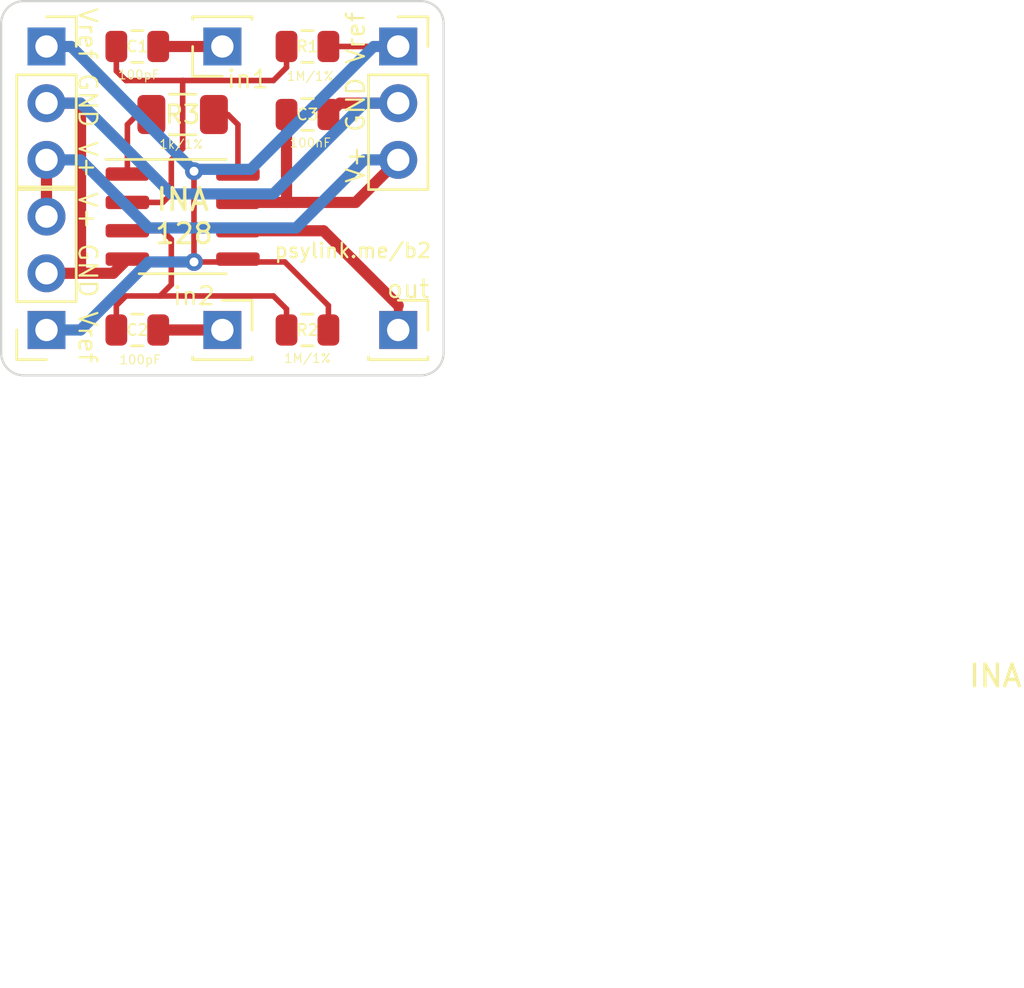
<source format=kicad_pcb>
(kicad_pcb (version 20171130) (host pcbnew 5.1.5+dfsg1-2build2)

  (general
    (thickness 1.6)
    (drawings 21)
    (tracks 75)
    (zones 0)
    (modules 15)
    (nets 1)
  )

  (page A4)
  (layers
    (0 F.Cu signal)
    (31 B.Cu signal)
    (33 F.Adhes user)
    (35 F.Paste user)
    (37 F.SilkS user)
    (38 B.Mask user)
    (39 F.Mask user)
    (40 Dwgs.User user)
    (41 Cmts.User user)
    (42 Eco1.User user)
    (43 Eco2.User user)
    (44 Edge.Cuts user)
    (45 Margin user)
    (46 B.CrtYd user)
    (47 F.CrtYd user)
    (49 F.Fab user)
  )

  (setup
    (last_trace_width 0.25)
    (trace_clearance 0.2)
    (zone_clearance 0.508)
    (zone_45_only no)
    (trace_min 0.2)
    (via_size 0.8)
    (via_drill 0.4)
    (via_min_size 0.4)
    (via_min_drill 0.3)
    (uvia_size 0.3)
    (uvia_drill 0.1)
    (uvias_allowed no)
    (uvia_min_size 0.2)
    (uvia_min_drill 0.1)
    (edge_width 0.1)
    (segment_width 0.2)
    (pcb_text_width 0.3)
    (pcb_text_size 1.5 1.5)
    (mod_edge_width 0.15)
    (mod_text_size 1 1)
    (mod_text_width 0.15)
    (pad_size 1.524 1.524)
    (pad_drill 0.762)
    (pad_to_mask_clearance 0)
    (aux_axis_origin 0 0)
    (visible_elements FFFFEF7F)
    (pcbplotparams
      (layerselection 0x010e8_ffffffff)
      (usegerberextensions true)
      (usegerberattributes true)
      (usegerberadvancedattributes false)
      (creategerberjobfile false)
      (excludeedgelayer true)
      (linewidth 0.100000)
      (plotframeref false)
      (viasonmask false)
      (mode 1)
      (useauxorigin false)
      (hpglpennumber 1)
      (hpglpenspeed 20)
      (hpglpendiameter 15.000000)
      (psnegative false)
      (psa4output false)
      (plotreference true)
      (plotvalue true)
      (plotinvisibletext false)
      (padsonsilk false)
      (subtractmaskfromsilk true)
      (outputformat 1)
      (mirror false)
      (drillshape 0)
      (scaleselection 1)
      (outputdirectory "jlc2"))
  )

  (net 0 "")

  (net_class Default "This is the default net class."
    (clearance 0.2)
    (trace_width 0.25)
    (via_dia 0.8)
    (via_drill 0.4)
    (uvia_dia 0.3)
    (uvia_drill 0.1)
  )

  (module "" (layer F.Cu) (tedit 0) (tstamp 0)
    (at 26.67 28.448)
    (fp_text reference "" (at 36.576 20.32) (layer F.SilkS)
      (effects (font (size 1.27 1.27) (thickness 0.15)))
    )
    (fp_text value "" (at 36.576 20.32) (layer F.SilkS)
      (effects (font (size 1.27 1.27) (thickness 0.15)))
    )
    (fp_text user INA (at 36.6395 20.066) (layer F.SilkS)
      (effects (font (size 0.98 0.98) (thickness 0.15)))
    )
  )

  (module Connector_PinSocket_2.54mm:PinSocket_1x03_P2.54mm_Vertical (layer F.Cu) (tedit 5A19A429) (tstamp 608D4F46)
    (at 36.576 20.32)
    (descr "Through hole straight socket strip, 1x03, 2.54mm pitch, single row (from Kicad 4.0.7), script generated")
    (tags "Through hole socket strip THT 1x03 2.54mm single row")
    (fp_text reference REF** (at 0 -2.77) (layer F.SilkS) hide
      (effects (font (size 1 1) (thickness 0.15)))
    )
    (fp_text value PinSocket_1x03_P2.54mm_Vertical (at 0 7.85) (layer F.Fab) hide
      (effects (font (size 1 1) (thickness 0.15)))
    )
    (fp_text user %R (at 0 2.54 90) (layer F.Fab) hide
      (effects (font (size 1 1) (thickness 0.15)))
    )
    (fp_line (start -1.8 6.85) (end -1.8 -1.8) (layer F.CrtYd) (width 0.05))
    (fp_line (start 1.75 6.85) (end -1.8 6.85) (layer F.CrtYd) (width 0.05))
    (fp_line (start 1.75 -1.8) (end 1.75 6.85) (layer F.CrtYd) (width 0.05))
    (fp_line (start -1.8 -1.8) (end 1.75 -1.8) (layer F.CrtYd) (width 0.05))
    (fp_line (start 0 -1.33) (end 1.33 -1.33) (layer F.SilkS) (width 0.12))
    (fp_line (start 1.33 -1.33) (end 1.33 0) (layer F.SilkS) (width 0.12))
    (fp_line (start 1.33 1.27) (end 1.33 6.41) (layer F.SilkS) (width 0.12))
    (fp_line (start -1.33 6.41) (end 1.33 6.41) (layer F.SilkS) (width 0.12))
    (fp_line (start -1.33 1.27) (end -1.33 6.41) (layer F.SilkS) (width 0.12))
    (fp_line (start -1.33 1.27) (end 1.33 1.27) (layer F.SilkS) (width 0.12))
    (fp_line (start -1.27 6.35) (end -1.27 -1.27) (layer F.Fab) (width 0.1))
    (fp_line (start 1.27 6.35) (end -1.27 6.35) (layer F.Fab) (width 0.1))
    (fp_line (start 1.27 -0.635) (end 1.27 6.35) (layer F.Fab) (width 0.1))
    (fp_line (start 0.635 -1.27) (end 1.27 -0.635) (layer F.Fab) (width 0.1))
    (fp_line (start -1.27 -1.27) (end 0.635 -1.27) (layer F.Fab) (width 0.1))
    (pad 3 thru_hole oval (at 0 5.08) (size 1.7 1.7) (drill 1) (layers *.Cu *.Mask))
    (pad 2 thru_hole oval (at 0 2.54) (size 1.7 1.7) (drill 1) (layers *.Cu *.Mask))
    (pad 1 thru_hole rect (at 0 0) (size 1.7 1.7) (drill 1) (layers *.Cu *.Mask))
    (model ${KISYS3DMOD}/Connector_PinSocket_2.54mm.3dshapes/PinSocket_1x03_P2.54mm_Vertical.wrl
      (at (xyz 0 0 0))
      (scale (xyz 1 1 1))
      (rotate (xyz 0 0 0))
    )
  )

  (module Connector_PinSocket_2.54mm:PinSocket_1x03_P2.54mm_Vertical (layer F.Cu) (tedit 5A19A429) (tstamp 608D2A30)
    (at 20.828 33.02 180)
    (descr "Through hole straight socket strip, 1x03, 2.54mm pitch, single row (from Kicad 4.0.7), script generated")
    (tags "Through hole socket strip THT 1x03 2.54mm single row")
    (fp_text reference REF** (at 0 -2.77) (layer F.SilkS) hide
      (effects (font (size 1 1) (thickness 0.15)))
    )
    (fp_text value PinSocket_1x03_P2.54mm_Vertical (at 0 7.85) (layer F.Fab) hide
      (effects (font (size 1 1) (thickness 0.15)))
    )
    (fp_line (start -1.27 -1.27) (end 0.635 -1.27) (layer F.Fab) (width 0.1))
    (fp_line (start 0.635 -1.27) (end 1.27 -0.635) (layer F.Fab) (width 0.1))
    (fp_line (start 1.27 -0.635) (end 1.27 6.35) (layer F.Fab) (width 0.1))
    (fp_line (start 1.27 6.35) (end -1.27 6.35) (layer F.Fab) (width 0.1))
    (fp_line (start -1.27 6.35) (end -1.27 -1.27) (layer F.Fab) (width 0.1))
    (fp_line (start -1.33 1.27) (end 1.33 1.27) (layer F.SilkS) (width 0.12))
    (fp_line (start -1.33 1.27) (end -1.33 6.41) (layer F.SilkS) (width 0.12))
    (fp_line (start -1.33 6.41) (end 1.33 6.41) (layer F.SilkS) (width 0.12))
    (fp_line (start 1.33 1.27) (end 1.33 6.41) (layer F.SilkS) (width 0.12))
    (fp_line (start 1.33 -1.33) (end 1.33 0) (layer F.SilkS) (width 0.12))
    (fp_line (start 0 -1.33) (end 1.33 -1.33) (layer F.SilkS) (width 0.12))
    (fp_line (start -1.8 -1.8) (end 1.75 -1.8) (layer F.CrtYd) (width 0.05))
    (fp_line (start 1.75 -1.8) (end 1.75 6.85) (layer F.CrtYd) (width 0.05))
    (fp_line (start 1.75 6.85) (end -1.8 6.85) (layer F.CrtYd) (width 0.05))
    (fp_line (start -1.8 6.85) (end -1.8 -1.8) (layer F.CrtYd) (width 0.05))
    (fp_text user %R (at 0 2.54 90) (layer F.Fab) hide
      (effects (font (size 1 1) (thickness 0.15)))
    )
    (pad 1 thru_hole rect (at 0 0 180) (size 1.7 1.7) (drill 1) (layers *.Cu *.Mask))
    (pad 2 thru_hole oval (at 0 2.54 180) (size 1.7 1.7) (drill 1) (layers *.Cu *.Mask))
    (pad 3 thru_hole oval (at 0 5.08 180) (size 1.7 1.7) (drill 1) (layers *.Cu *.Mask))
    (model ${KISYS3DMOD}/Connector_PinSocket_2.54mm.3dshapes/PinSocket_1x03_P2.54mm_Vertical.wrl
      (at (xyz 0 0 0))
      (scale (xyz 1 1 1))
      (rotate (xyz 0 0 0))
    )
  )

  (module Connector_PinSocket_2.54mm:PinSocket_1x03_P2.54mm_Vertical (layer F.Cu) (tedit 5A19A429) (tstamp 608D2A30)
    (at 20.828 20.32)
    (descr "Through hole straight socket strip, 1x03, 2.54mm pitch, single row (from Kicad 4.0.7), script generated")
    (tags "Through hole socket strip THT 1x03 2.54mm single row")
    (fp_text reference REF** (at 0 -2.77) (layer F.SilkS) hide
      (effects (font (size 1 1) (thickness 0.15)))
    )
    (fp_text value PinSocket_1x03_P2.54mm_Vertical (at 0 7.85) (layer F.Fab) hide
      (effects (font (size 1 1) (thickness 0.15)))
    )
    (fp_line (start -1.27 -1.27) (end 0.635 -1.27) (layer F.Fab) (width 0.1))
    (fp_line (start 0.635 -1.27) (end 1.27 -0.635) (layer F.Fab) (width 0.1))
    (fp_line (start 1.27 -0.635) (end 1.27 6.35) (layer F.Fab) (width 0.1))
    (fp_line (start 1.27 6.35) (end -1.27 6.35) (layer F.Fab) (width 0.1))
    (fp_line (start -1.27 6.35) (end -1.27 -1.27) (layer F.Fab) (width 0.1))
    (fp_line (start -1.33 1.27) (end 1.33 1.27) (layer F.SilkS) (width 0.12))
    (fp_line (start -1.33 1.27) (end -1.33 6.41) (layer F.SilkS) (width 0.12))
    (fp_line (start -1.33 6.41) (end 1.33 6.41) (layer F.SilkS) (width 0.12))
    (fp_line (start 1.33 1.27) (end 1.33 6.41) (layer F.SilkS) (width 0.12))
    (fp_line (start 1.33 -1.33) (end 1.33 0) (layer F.SilkS) (width 0.12))
    (fp_line (start 0 -1.33) (end 1.33 -1.33) (layer F.SilkS) (width 0.12))
    (fp_line (start -1.8 -1.8) (end 1.75 -1.8) (layer F.CrtYd) (width 0.05))
    (fp_line (start 1.75 -1.8) (end 1.75 6.85) (layer F.CrtYd) (width 0.05))
    (fp_line (start 1.75 6.85) (end -1.8 6.85) (layer F.CrtYd) (width 0.05))
    (fp_line (start -1.8 6.85) (end -1.8 -1.8) (layer F.CrtYd) (width 0.05))
    (fp_text user %R (at 0 2.54 90) (layer F.Fab) hide
      (effects (font (size 1 1) (thickness 0.15)))
    )
    (pad 1 thru_hole rect (at 0 0) (size 1.7 1.7) (drill 1) (layers *.Cu *.Mask))
    (pad 2 thru_hole oval (at 0 2.54) (size 1.7 1.7) (drill 1) (layers *.Cu *.Mask))
    (pad 3 thru_hole oval (at 0 5.08) (size 1.7 1.7) (drill 1) (layers *.Cu *.Mask))
    (model ${KISYS3DMOD}/Connector_PinSocket_2.54mm.3dshapes/PinSocket_1x03_P2.54mm_Vertical.wrl
      (at (xyz 0 0 0))
      (scale (xyz 1 1 1))
      (rotate (xyz 0 0 0))
    )
  )

  (module Connector_PinSocket_2.54mm:PinSocket_1x01_P2.54mm_Vertical (layer F.Cu) (tedit 5A19A434) (tstamp 608D1849)
    (at 28.702 33.02)
    (descr "Through hole straight socket strip, 1x01, 2.54mm pitch, single row (from Kicad 4.0.7), script generated")
    (tags "Through hole socket strip THT 1x01 2.54mm single row")
    (fp_text reference REF** (at 0 -2.77) (layer F.SilkS) hide
      (effects (font (size 1 1) (thickness 0.15)))
    )
    (fp_text value PinSocket_1x01_P2.54mm_Vertical (at 0 2.77) (layer F.Fab) hide
      (effects (font (size 1 1) (thickness 0.15)))
    )
    (fp_text user %R (at 0 0) (layer F.Fab) hide
      (effects (font (size 1 1) (thickness 0.15)))
    )
    (fp_line (start -1.8 1.75) (end -1.8 -1.8) (layer F.CrtYd) (width 0.05))
    (fp_line (start 1.75 1.75) (end -1.8 1.75) (layer F.CrtYd) (width 0.05))
    (fp_line (start 1.75 -1.8) (end 1.75 1.75) (layer F.CrtYd) (width 0.05))
    (fp_line (start -1.8 -1.8) (end 1.75 -1.8) (layer F.CrtYd) (width 0.05))
    (fp_line (start 0 -1.33) (end 1.33 -1.33) (layer F.SilkS) (width 0.12))
    (fp_line (start 1.33 -1.33) (end 1.33 0) (layer F.SilkS) (width 0.12))
    (fp_line (start 1.33 1.21) (end 1.33 1.33) (layer F.SilkS) (width 0.12))
    (fp_line (start -1.33 1.21) (end -1.33 1.33) (layer F.SilkS) (width 0.12))
    (fp_line (start -1.33 1.33) (end 1.33 1.33) (layer F.SilkS) (width 0.12))
    (fp_line (start -1.27 1.27) (end -1.27 -1.27) (layer F.Fab) (width 0.1))
    (fp_line (start 1.27 1.27) (end -1.27 1.27) (layer F.Fab) (width 0.1))
    (fp_line (start 1.27 -0.635) (end 1.27 1.27) (layer F.Fab) (width 0.1))
    (fp_line (start 0.635 -1.27) (end 1.27 -0.635) (layer F.Fab) (width 0.1))
    (fp_line (start -1.27 -1.27) (end 0.635 -1.27) (layer F.Fab) (width 0.1))
    (pad 1 thru_hole rect (at 0 0) (size 1.7 1.7) (drill 1) (layers *.Cu *.Mask))
    (model ${KISYS3DMOD}/Connector_PinSocket_2.54mm.3dshapes/PinSocket_1x01_P2.54mm_Vertical.wrl
      (at (xyz 0 0 0))
      (scale (xyz 1 1 1))
      (rotate (xyz 0 0 0))
    )
  )

  (module Package_SO:SOIC-8_3.9x4.9mm_P1.27mm (layer F.Cu) (tedit 5D9F72B1) (tstamp 60B7F4A3)
    (at 26.924 27.94)
    (descr "SOIC, 8 Pin (JEDEC MS-012AA, https://www.analog.com/media/en/package-pcb-resources/package/pkg_pdf/soic_narrow-r/r_8.pdf), generated with kicad-footprint-generator ipc_gullwing_generator.py")
    (tags "SOIC SO")
    (attr smd)
    (fp_text reference REF** (at 0 -3.4) (layer F.SilkS) hide
      (effects (font (size 1 1) (thickness 0.15)))
    )
    (fp_text value SOIC-8_3.9x4.9mm_P1.27mm (at 0 3.4) (layer F.Fab) hide
      (effects (font (size 1 1) (thickness 0.15)))
    )
    (fp_text user INA (at 0 -0.762) (layer F.SilkS)
      (effects (font (size 0.98 0.98) (thickness 0.15)))
    )
    (fp_line (start 3.7 -2.7) (end -3.7 -2.7) (layer F.CrtYd) (width 0.05))
    (fp_line (start 3.7 2.7) (end 3.7 -2.7) (layer F.CrtYd) (width 0.05))
    (fp_line (start -3.7 2.7) (end 3.7 2.7) (layer F.CrtYd) (width 0.05))
    (fp_line (start -3.7 -2.7) (end -3.7 2.7) (layer F.CrtYd) (width 0.05))
    (fp_line (start -1.95 -1.475) (end -0.975 -2.45) (layer F.Fab) (width 0.1))
    (fp_line (start -1.95 2.45) (end -1.95 -1.475) (layer F.Fab) (width 0.1))
    (fp_line (start 1.95 2.45) (end -1.95 2.45) (layer F.Fab) (width 0.1))
    (fp_line (start 1.95 -2.45) (end 1.95 2.45) (layer F.Fab) (width 0.1))
    (fp_line (start -0.975 -2.45) (end 1.95 -2.45) (layer F.Fab) (width 0.1))
    (fp_line (start 0 -2.56) (end -3.45 -2.56) (layer F.SilkS) (width 0.12))
    (fp_line (start 0 -2.56) (end 1.95 -2.56) (layer F.SilkS) (width 0.12))
    (fp_line (start 0 2.56) (end -1.95 2.56) (layer F.SilkS) (width 0.12))
    (fp_line (start 0 2.56) (end 1.95 2.56) (layer F.SilkS) (width 0.12))
    (pad 8 smd roundrect (at 2.475 -1.905) (size 1.95 0.6) (layers F.Cu F.Paste F.Mask) (roundrect_rratio 0.25))
    (pad 7 smd roundrect (at 2.475 -0.635) (size 1.95 0.6) (layers F.Cu F.Paste F.Mask) (roundrect_rratio 0.25))
    (pad 6 smd roundrect (at 2.475 0.635) (size 1.95 0.6) (layers F.Cu F.Paste F.Mask) (roundrect_rratio 0.25))
    (pad 5 smd roundrect (at 2.475 1.905) (size 1.95 0.6) (layers F.Cu F.Paste F.Mask) (roundrect_rratio 0.25))
    (pad 4 smd roundrect (at -2.475 1.905) (size 1.95 0.6) (layers F.Cu F.Paste F.Mask) (roundrect_rratio 0.25))
    (pad 3 smd roundrect (at -2.475 0.635) (size 1.95 0.6) (layers F.Cu F.Paste F.Mask) (roundrect_rratio 0.25))
    (pad 2 smd roundrect (at -2.475 -0.635) (size 1.95 0.6) (layers F.Cu F.Paste F.Mask) (roundrect_rratio 0.25))
    (pad 1 smd roundrect (at -2.475 -1.905) (size 1.95 0.6) (layers F.Cu F.Paste F.Mask) (roundrect_rratio 0.25))
    (model ${KISYS3DMOD}/Package_SO.3dshapes/SOIC-8_3.9x4.9mm_P1.27mm.wrl
      (at (xyz 0 0 0))
      (scale (xyz 1 1 1))
      (rotate (xyz 0 0 0))
    )
  )

  (module Connector_PinSocket_2.54mm:PinSocket_1x01_P2.54mm_Vertical (layer F.Cu) (tedit 5A19A434) (tstamp 608D1836)
    (at 28.702 20.32 180)
    (descr "Through hole straight socket strip, 1x01, 2.54mm pitch, single row (from Kicad 4.0.7), script generated")
    (tags "Through hole socket strip THT 1x01 2.54mm single row")
    (fp_text reference REF** (at 0 -2.77) (layer F.SilkS) hide
      (effects (font (size 1 1) (thickness 0.15)))
    )
    (fp_text value PinSocket_1x01_P2.54mm_Vertical (at 0 2.77) (layer F.Fab) hide
      (effects (font (size 1 1) (thickness 0.15)))
    )
    (fp_line (start -1.27 -1.27) (end 0.635 -1.27) (layer F.Fab) (width 0.1))
    (fp_line (start 0.635 -1.27) (end 1.27 -0.635) (layer F.Fab) (width 0.1))
    (fp_line (start 1.27 -0.635) (end 1.27 1.27) (layer F.Fab) (width 0.1))
    (fp_line (start 1.27 1.27) (end -1.27 1.27) (layer F.Fab) (width 0.1))
    (fp_line (start -1.27 1.27) (end -1.27 -1.27) (layer F.Fab) (width 0.1))
    (fp_line (start -1.33 1.33) (end 1.33 1.33) (layer F.SilkS) (width 0.12))
    (fp_line (start -1.33 1.21) (end -1.33 1.33) (layer F.SilkS) (width 0.12))
    (fp_line (start 1.33 1.21) (end 1.33 1.33) (layer F.SilkS) (width 0.12))
    (fp_line (start 1.33 -1.33) (end 1.33 0) (layer F.SilkS) (width 0.12))
    (fp_line (start 0 -1.33) (end 1.33 -1.33) (layer F.SilkS) (width 0.12))
    (fp_line (start -1.8 -1.8) (end 1.75 -1.8) (layer F.CrtYd) (width 0.05))
    (fp_line (start 1.75 -1.8) (end 1.75 1.75) (layer F.CrtYd) (width 0.05))
    (fp_line (start 1.75 1.75) (end -1.8 1.75) (layer F.CrtYd) (width 0.05))
    (fp_line (start -1.8 1.75) (end -1.8 -1.8) (layer F.CrtYd) (width 0.05))
    (fp_text user %R (at 0 0) (layer F.Fab) hide
      (effects (font (size 1 1) (thickness 0.15)))
    )
    (pad 1 thru_hole rect (at 0 0 180) (size 1.7 1.7) (drill 1) (layers *.Cu *.Mask))
    (model ${KISYS3DMOD}/Connector_PinSocket_2.54mm.3dshapes/PinSocket_1x01_P2.54mm_Vertical.wrl
      (at (xyz 0 0 0))
      (scale (xyz 1 1 1))
      (rotate (xyz 0 0 0))
    )
  )

  (module Connector_PinSocket_2.54mm:PinSocket_1x01_P2.54mm_Vertical (layer F.Cu) (tedit 5A19A434) (tstamp 608D41A2)
    (at 36.576 33.02)
    (descr "Through hole straight socket strip, 1x01, 2.54mm pitch, single row (from Kicad 4.0.7), script generated")
    (tags "Through hole socket strip THT 1x01 2.54mm single row")
    (fp_text reference REF** (at 0 -2.77) (layer F.SilkS) hide
      (effects (font (size 1 1) (thickness 0.15)))
    )
    (fp_text value PinSocket_1x01_P2.54mm_Vertical (at 0 2.77) (layer F.Fab) hide
      (effects (font (size 1 1) (thickness 0.15)))
    )
    (fp_line (start -1.27 -1.27) (end 0.635 -1.27) (layer F.Fab) (width 0.1))
    (fp_line (start 0.635 -1.27) (end 1.27 -0.635) (layer F.Fab) (width 0.1))
    (fp_line (start 1.27 -0.635) (end 1.27 1.27) (layer F.Fab) (width 0.1))
    (fp_line (start 1.27 1.27) (end -1.27 1.27) (layer F.Fab) (width 0.1))
    (fp_line (start -1.27 1.27) (end -1.27 -1.27) (layer F.Fab) (width 0.1))
    (fp_line (start -1.33 1.33) (end 1.33 1.33) (layer F.SilkS) (width 0.12))
    (fp_line (start -1.33 1.21) (end -1.33 1.33) (layer F.SilkS) (width 0.12))
    (fp_line (start 1.33 1.21) (end 1.33 1.33) (layer F.SilkS) (width 0.12))
    (fp_line (start 1.33 -1.33) (end 1.33 0) (layer F.SilkS) (width 0.12))
    (fp_line (start 0 -1.33) (end 1.33 -1.33) (layer F.SilkS) (width 0.12))
    (fp_line (start -1.8 -1.8) (end 1.75 -1.8) (layer F.CrtYd) (width 0.05))
    (fp_line (start 1.75 -1.8) (end 1.75 1.75) (layer F.CrtYd) (width 0.05))
    (fp_line (start 1.75 1.75) (end -1.8 1.75) (layer F.CrtYd) (width 0.05))
    (fp_line (start -1.8 1.75) (end -1.8 -1.8) (layer F.CrtYd) (width 0.05))
    (fp_text user O (at 0 0) (layer F.Fab) hide
      (effects (font (size 1 1) (thickness 0.15)))
    )
    (pad 1 thru_hole rect (at 0 0) (size 1.7 1.7) (drill 1) (layers *.Cu *.Mask))
    (model ${KISYS3DMOD}/Connector_PinSocket_2.54mm.3dshapes/PinSocket_1x01_P2.54mm_Vertical.wrl
      (at (xyz 0 0 0))
      (scale (xyz 1 1 1))
      (rotate (xyz 0 0 0))
    )
  )

  (module Resistor_SMD:R_0805_2012Metric (layer F.Cu) (tedit 5B36C52B) (tstamp 608D18EA)
    (at 32.512 33.02)
    (descr "Resistor SMD 0805 (2012 Metric), square (rectangular) end terminal, IPC_7351 nominal, (Body size source: https://docs.google.com/spreadsheets/d/1BsfQQcO9C6DZCsRaXUlFlo91Tg2WpOkGARC1WS5S8t0/edit?usp=sharing), generated with kicad-footprint-generator")
    (tags resistor)
    (attr smd)
    (fp_text reference R1 (at 0 -1.65) (layer F.SilkS) hide
      (effects (font (size 1 1) (thickness 0.15)))
    )
    (fp_text value R_0805_2012Metric (at 0 1.65) (layer F.Fab) hide
      (effects (font (size 1 1) (thickness 0.15)))
    )
    (fp_line (start -1 0.6) (end -1 -0.6) (layer F.Fab) (width 0.1))
    (fp_line (start -1 -0.6) (end 1 -0.6) (layer F.Fab) (width 0.1))
    (fp_line (start 1 -0.6) (end 1 0.6) (layer F.Fab) (width 0.1))
    (fp_line (start 1 0.6) (end -1 0.6) (layer F.Fab) (width 0.1))
    (fp_line (start -0.258578 -0.71) (end 0.258578 -0.71) (layer F.SilkS) (width 0.12))
    (fp_line (start -0.258578 0.71) (end 0.258578 0.71) (layer F.SilkS) (width 0.12))
    (fp_line (start -1.68 0.95) (end -1.68 -0.95) (layer F.CrtYd) (width 0.05))
    (fp_line (start -1.68 -0.95) (end 1.68 -0.95) (layer F.CrtYd) (width 0.05))
    (fp_line (start 1.68 -0.95) (end 1.68 0.95) (layer F.CrtYd) (width 0.05))
    (fp_line (start 1.68 0.95) (end -1.68 0.95) (layer F.CrtYd) (width 0.05))
    (fp_text user R2 (at 0 0) (layer F.SilkS)
      (effects (font (size 0.5 0.5) (thickness 0.08)))
    )
    (pad 1 smd roundrect (at -0.9375 0) (size 0.975 1.4) (layers F.Cu F.Paste F.Mask) (roundrect_rratio 0.25))
    (pad 2 smd roundrect (at 0.9375 0) (size 0.975 1.4) (layers F.Cu F.Paste F.Mask) (roundrect_rratio 0.25))
    (model ${KISYS3DMOD}/Resistor_SMD.3dshapes/R_0805_2012Metric.wrl
      (at (xyz 0 0 0))
      (scale (xyz 1 1 1))
      (rotate (xyz 0 0 0))
    )
  )

  (module Resistor_SMD:R_0805_2012Metric (layer F.Cu) (tedit 5B36C52B) (tstamp 608D1862)
    (at 32.512 20.32)
    (descr "Resistor SMD 0805 (2012 Metric), square (rectangular) end terminal, IPC_7351 nominal, (Body size source: https://docs.google.com/spreadsheets/d/1BsfQQcO9C6DZCsRaXUlFlo91Tg2WpOkGARC1WS5S8t0/edit?usp=sharing), generated with kicad-footprint-generator")
    (tags resistor)
    (attr smd)
    (fp_text reference REF** (at 0 -1.65) (layer F.SilkS) hide
      (effects (font (size 1 1) (thickness 0.15)))
    )
    (fp_text value R_0805_2012Metric (at 0 1.65) (layer F.Fab) hide
      (effects (font (size 1 1) (thickness 0.15)))
    )
    (fp_line (start -1 0.6) (end -1 -0.6) (layer F.Fab) (width 0.1))
    (fp_line (start -1 -0.6) (end 1 -0.6) (layer F.Fab) (width 0.1))
    (fp_line (start 1 -0.6) (end 1 0.6) (layer F.Fab) (width 0.1))
    (fp_line (start 1 0.6) (end -1 0.6) (layer F.Fab) (width 0.1))
    (fp_line (start -0.258578 -0.71) (end 0.258578 -0.71) (layer F.SilkS) (width 0.12))
    (fp_line (start -0.258578 0.71) (end 0.258578 0.71) (layer F.SilkS) (width 0.12))
    (fp_line (start -1.68 0.95) (end -1.68 -0.95) (layer F.CrtYd) (width 0.05))
    (fp_line (start -1.68 -0.95) (end 1.68 -0.95) (layer F.CrtYd) (width 0.05))
    (fp_line (start 1.68 -0.95) (end 1.68 0.95) (layer F.CrtYd) (width 0.05))
    (fp_line (start 1.68 0.95) (end -1.68 0.95) (layer F.CrtYd) (width 0.05))
    (fp_text user R1 (at 0 0) (layer F.SilkS)
      (effects (font (size 0.5 0.5) (thickness 0.08)))
    )
    (pad 1 smd roundrect (at -0.9375 0) (size 0.975 1.4) (layers F.Cu F.Paste F.Mask) (roundrect_rratio 0.25))
    (pad 2 smd roundrect (at 0.9375 0) (size 0.975 1.4) (layers F.Cu F.Paste F.Mask) (roundrect_rratio 0.25))
    (model ${KISYS3DMOD}/Resistor_SMD.3dshapes/R_0805_2012Metric.wrl
      (at (xyz 0 0 0))
      (scale (xyz 1 1 1))
      (rotate (xyz 0 0 0))
    )
  )

  (module Resistor_SMD:R_1206_3216Metric (layer F.Cu) (tedit 5B301BBD) (tstamp 608D1927)
    (at 26.924 23.368)
    (descr "Resistor SMD 1206 (3216 Metric), square (rectangular) end terminal, IPC_7351 nominal, (Body size source: http://www.tortai-tech.com/upload/download/2011102023233369053.pdf), generated with kicad-footprint-generator")
    (tags resistor)
    (attr smd)
    (fp_text reference REF** (at 0 -1.82) (layer F.SilkS) hide
      (effects (font (size 1 1) (thickness 0.15)))
    )
    (fp_text value R_1206_3216Metric (at 0 1.82) (layer F.Fab) hide
      (effects (font (size 1 1) (thickness 0.15)))
    )
    (fp_line (start -1.6 0.8) (end -1.6 -0.8) (layer F.Fab) (width 0.1))
    (fp_line (start -1.6 -0.8) (end 1.6 -0.8) (layer F.Fab) (width 0.1))
    (fp_line (start 1.6 -0.8) (end 1.6 0.8) (layer F.Fab) (width 0.1))
    (fp_line (start 1.6 0.8) (end -1.6 0.8) (layer F.Fab) (width 0.1))
    (fp_line (start -0.602064 -0.91) (end 0.602064 -0.91) (layer F.SilkS) (width 0.12))
    (fp_line (start -0.602064 0.91) (end 0.602064 0.91) (layer F.SilkS) (width 0.12))
    (fp_line (start -2.28 1.12) (end -2.28 -1.12) (layer F.CrtYd) (width 0.05))
    (fp_line (start -2.28 -1.12) (end 2.28 -1.12) (layer F.CrtYd) (width 0.05))
    (fp_line (start 2.28 -1.12) (end 2.28 1.12) (layer F.CrtYd) (width 0.05))
    (fp_line (start 2.28 1.12) (end -2.28 1.12) (layer F.CrtYd) (width 0.05))
    (fp_text user R3 (at 0 0) (layer F.SilkS)
      (effects (font (size 0.8 0.8) (thickness 0.12)))
    )
    (pad 1 smd roundrect (at -1.4 0) (size 1.25 1.75) (layers F.Cu F.Paste F.Mask) (roundrect_rratio 0.2))
    (pad 2 smd roundrect (at 1.4 0) (size 1.25 1.75) (layers F.Cu F.Paste F.Mask) (roundrect_rratio 0.2))
    (model ${KISYS3DMOD}/Resistor_SMD.3dshapes/R_1206_3216Metric.wrl
      (at (xyz 0 0 0))
      (scale (xyz 1 1 1))
      (rotate (xyz 0 0 0))
    )
  )

  (module Capacitor_SMD:C_0805_2012Metric (layer F.Cu) (tedit 5B36C52B) (tstamp 608D18FA)
    (at 24.892 33.02)
    (descr "Capacitor SMD 0805 (2012 Metric), square (rectangular) end terminal, IPC_7351 nominal, (Body size source: https://docs.google.com/spreadsheets/d/1BsfQQcO9C6DZCsRaXUlFlo91Tg2WpOkGARC1WS5S8t0/edit?usp=sharing), generated with kicad-footprint-generator")
    (tags capacitor)
    (attr smd)
    (fp_text reference REF** (at 0 -1.65) (layer F.SilkS) hide
      (effects (font (size 1 1) (thickness 0.15)))
    )
    (fp_text value C_0805_2012Metric (at 0 1.65) (layer F.Fab) hide
      (effects (font (size 1 1) (thickness 0.15)))
    )
    (fp_line (start -1 0.6) (end -1 -0.6) (layer F.Fab) (width 0.1))
    (fp_line (start -1 -0.6) (end 1 -0.6) (layer F.Fab) (width 0.1))
    (fp_line (start 1 -0.6) (end 1 0.6) (layer F.Fab) (width 0.1))
    (fp_line (start 1 0.6) (end -1 0.6) (layer F.Fab) (width 0.1))
    (fp_line (start -0.258578 -0.71) (end 0.258578 -0.71) (layer F.SilkS) (width 0.12))
    (fp_line (start -0.258578 0.71) (end 0.258578 0.71) (layer F.SilkS) (width 0.12))
    (fp_line (start -1.68 0.95) (end -1.68 -0.95) (layer F.CrtYd) (width 0.05))
    (fp_line (start -1.68 -0.95) (end 1.68 -0.95) (layer F.CrtYd) (width 0.05))
    (fp_line (start 1.68 -0.95) (end 1.68 0.95) (layer F.CrtYd) (width 0.05))
    (fp_line (start 1.68 0.95) (end -1.68 0.95) (layer F.CrtYd) (width 0.05))
    (fp_text user C2 (at 0 0) (layer F.SilkS)
      (effects (font (size 0.5 0.5) (thickness 0.08)))
    )
    (pad 1 smd roundrect (at -0.9375 0) (size 0.975 1.4) (layers F.Cu F.Paste F.Mask) (roundrect_rratio 0.25))
    (pad 2 smd roundrect (at 0.9375 0) (size 0.975 1.4) (layers F.Cu F.Paste F.Mask) (roundrect_rratio 0.25))
    (model ${KISYS3DMOD}/Capacitor_SMD.3dshapes/C_0805_2012Metric.wrl
      (at (xyz 0 0 0))
      (scale (xyz 1 1 1))
      (rotate (xyz 0 0 0))
    )
  )

  (module Capacitor_SMD:C_0805_2012Metric (layer F.Cu) (tedit 5B36C52B) (tstamp 608D18A3)
    (at 32.512 23.368)
    (descr "Capacitor SMD 0805 (2012 Metric), square (rectangular) end terminal, IPC_7351 nominal, (Body size source: https://docs.google.com/spreadsheets/d/1BsfQQcO9C6DZCsRaXUlFlo91Tg2WpOkGARC1WS5S8t0/edit?usp=sharing), generated with kicad-footprint-generator")
    (tags capacitor)
    (attr smd)
    (fp_text reference REF** (at 0 -1.65) (layer F.SilkS) hide
      (effects (font (size 1 1) (thickness 0.15)))
    )
    (fp_text value C_0805_2012Metric (at 0 1.65) (layer F.Fab) hide
      (effects (font (size 1 1) (thickness 0.15)))
    )
    (fp_line (start -1 0.6) (end -1 -0.6) (layer F.Fab) (width 0.1))
    (fp_line (start -1 -0.6) (end 1 -0.6) (layer F.Fab) (width 0.1))
    (fp_line (start 1 -0.6) (end 1 0.6) (layer F.Fab) (width 0.1))
    (fp_line (start 1 0.6) (end -1 0.6) (layer F.Fab) (width 0.1))
    (fp_line (start -0.258578 -0.71) (end 0.258578 -0.71) (layer F.SilkS) (width 0.12))
    (fp_line (start -0.258578 0.71) (end 0.258578 0.71) (layer F.SilkS) (width 0.12))
    (fp_line (start -1.68 0.95) (end -1.68 -0.95) (layer F.CrtYd) (width 0.05))
    (fp_line (start -1.68 -0.95) (end 1.68 -0.95) (layer F.CrtYd) (width 0.05))
    (fp_line (start 1.68 -0.95) (end 1.68 0.95) (layer F.CrtYd) (width 0.05))
    (fp_line (start 1.68 0.95) (end -1.68 0.95) (layer F.CrtYd) (width 0.05))
    (fp_text user C3 (at 0 0) (layer F.SilkS)
      (effects (font (size 0.5 0.5) (thickness 0.08)))
    )
    (pad 1 smd roundrect (at -0.9375 0) (size 0.975 1.4) (layers F.Cu F.Paste F.Mask) (roundrect_rratio 0.25))
    (pad 2 smd roundrect (at 0.9375 0) (size 0.975 1.4) (layers F.Cu F.Paste F.Mask) (roundrect_rratio 0.25))
    (model ${KISYS3DMOD}/Capacitor_SMD.3dshapes/C_0805_2012Metric.wrl
      (at (xyz 0 0 0))
      (scale (xyz 1 1 1))
      (rotate (xyz 0 0 0))
    )
  )

  (module Capacitor_SMD:C_0805_2012Metric (layer F.Cu) (tedit 5B36C52B) (tstamp 608D18D2)
    (at 24.892 20.32)
    (descr "Capacitor SMD 0805 (2012 Metric), square (rectangular) end terminal, IPC_7351 nominal, (Body size source: https://docs.google.com/spreadsheets/d/1BsfQQcO9C6DZCsRaXUlFlo91Tg2WpOkGARC1WS5S8t0/edit?usp=sharing), generated with kicad-footprint-generator")
    (tags capacitor)
    (attr smd)
    (fp_text reference REF** (at 0 -1.65) (layer F.SilkS) hide
      (effects (font (size 1 1) (thickness 0.15)))
    )
    (fp_text value C_0805_2012Metric (at 0 1.65) (layer F.Fab) hide
      (effects (font (size 1 1) (thickness 0.15)))
    )
    (fp_text user C1 (at 0 0) (layer F.SilkS)
      (effects (font (size 0.5 0.5) (thickness 0.08)))
    )
    (fp_line (start 1.68 0.95) (end -1.68 0.95) (layer F.CrtYd) (width 0.05))
    (fp_line (start 1.68 -0.95) (end 1.68 0.95) (layer F.CrtYd) (width 0.05))
    (fp_line (start -1.68 -0.95) (end 1.68 -0.95) (layer F.CrtYd) (width 0.05))
    (fp_line (start -1.68 0.95) (end -1.68 -0.95) (layer F.CrtYd) (width 0.05))
    (fp_line (start -0.258578 0.71) (end 0.258578 0.71) (layer F.SilkS) (width 0.12))
    (fp_line (start -0.258578 -0.71) (end 0.258578 -0.71) (layer F.SilkS) (width 0.12))
    (fp_line (start 1 0.6) (end -1 0.6) (layer F.Fab) (width 0.1))
    (fp_line (start 1 -0.6) (end 1 0.6) (layer F.Fab) (width 0.1))
    (fp_line (start -1 -0.6) (end 1 -0.6) (layer F.Fab) (width 0.1))
    (fp_line (start -1 0.6) (end -1 -0.6) (layer F.Fab) (width 0.1))
    (pad 2 smd roundrect (at 0.9375 0) (size 0.975 1.4) (layers F.Cu F.Paste F.Mask) (roundrect_rratio 0.25))
    (pad 1 smd roundrect (at -0.9375 0) (size 0.975 1.4) (layers F.Cu F.Paste F.Mask) (roundrect_rratio 0.25))
    (model ${KISYS3DMOD}/Capacitor_SMD.3dshapes/C_0805_2012Metric.wrl
      (at (xyz 0 0 0))
      (scale (xyz 1 1 1))
      (rotate (xyz 0 0 0))
    )
  )

  (module "" (layer F.Cu) (tedit 0) (tstamp 0)
    (at 33.02 36.83)
    (fp_text reference "" (at 25.4 25.4) (layer F.SilkS)
      (effects (font (size 1.27 1.27) (thickness 0.15)))
    )
    (fp_text value "" (at 25.4 25.4) (layer F.SilkS)
      (effects (font (size 1.27 1.27) (thickness 0.15)))
    )
    (fp_text user %R (at 25.4 25.4) (layer F.Fab)
      (effects (font (size 0.4 0.4) (thickness 0.06)))
    )
  )

  (gr_text 128 (at 26.9875 28.702) (layer F.SilkS)
    (effects (font (size 0.9 0.9) (thickness 0.13)))
  )
  (gr_text 1k/1% (at 26.8605 24.7015) (layer F.SilkS) (tstamp 60B7F3AD)
    (effects (font (size 0.4 0.4) (thickness 0.05)))
  )
  (gr_text 1M/1% (at 32.512 34.29) (layer F.SilkS) (tstamp 60B7F3AD)
    (effects (font (size 0.4 0.4) (thickness 0.05)))
  )
  (gr_text 1M/1% (at 32.639 21.6535) (layer F.SilkS) (tstamp 60B7F375)
    (effects (font (size 0.4 0.4) (thickness 0.05)))
  )
  (gr_text 100nF (at 32.639 24.638) (layer F.SilkS) (tstamp 60B7F375)
    (effects (font (size 0.4 0.4) (thickness 0.05)))
  )
  (gr_text 100pF (at 25.019 34.3535) (layer F.SilkS) (tstamp 60B7F375)
    (effects (font (size 0.4 0.4) (thickness 0.05)))
  )
  (gr_text 100pF (at 24.9555 21.59) (layer F.SilkS)
    (effects (font (size 0.4 0.4) (thickness 0.05)))
  )
  (gr_text out (at 37.0205 31.1785) (layer F.SilkS) (tstamp 609C5390)
    (effects (font (size 0.8 0.8) (thickness 0.1)))
  )
  (gr_text in2 (at 27.432 31.496) (layer F.SilkS) (tstamp 609C5390)
    (effects (font (size 0.8 0.8) (thickness 0.1)))
  )
  (gr_text in1 (at 29.845 21.7805) (layer F.SilkS)
    (effects (font (size 0.8 0.8) (thickness 0.1)))
  )
  (gr_text "Vref GND V+ V+ GND Vref" (at 22.6695 26.543 -90) (layer F.SilkS) (tstamp 609C52E4)
    (effects (font (size 0.8 0.8) (thickness 0.1)))
  )
  (gr_text "V+ GND Vref" (at 34.671 22.606 90) (layer F.SilkS)
    (effects (font (size 0.8 0.8) (thickness 0.1)))
  )
  (gr_arc (start 37.592 34.036) (end 37.592 35.052) (angle -90) (layer Edge.Cuts) (width 0.1))
  (gr_arc (start 19.812 34.036) (end 18.796 34.036) (angle -90) (layer Edge.Cuts) (width 0.1))
  (gr_arc (start 19.812 19.304) (end 19.812 18.288) (angle -90) (layer Edge.Cuts) (width 0.1))
  (gr_arc (start 37.592 19.304) (end 38.608 19.304) (angle -90) (layer Edge.Cuts) (width 0.1))
  (gr_text psylink.me/b2 (at 34.544 29.464) (layer F.SilkS)
    (effects (font (size 0.65 0.65) (thickness 0.1)))
  )
  (gr_line (start 38.608 19.304) (end 38.608 34.036) (layer Edge.Cuts) (width 0.1))
  (gr_line (start 19.812 18.288) (end 37.592 18.288) (layer Edge.Cuts) (width 0.1))
  (gr_line (start 18.796 34.036) (end 18.796 19.304) (layer Edge.Cuts) (width 0.1))
  (gr_line (start 37.592 35.052) (end 19.812 35.052) (layer Edge.Cuts) (width 0.1))

  (segment (start 25.908 20.32) (end 28.702 20.32) (width 0.5) (layer F.Cu) (net 0) (tstamp 608D18E8))
  (segment (start 25.8295 33.02) (end 28.702 33.02) (width 0.5) (layer F.Cu) (net 0))
  (segment (start 24.449 29.845) (end 23.814 30.48) (width 0.5) (layer F.Cu) (net 0))
  (segment (start 20.828 22.86) (end 22.352 22.86) (width 0.5) (layer F.Cu) (net 0))
  (segment (start 29.399 23.818) (end 28.949 23.368) (width 0.25) (layer F.Cu) (net 0))
  (segment (start 22.352 22.86) (end 22.352 30.48) (width 0.5) (layer F.Cu) (net 0))
  (segment (start 23.814 30.48) (end 20.828 30.48) (width 0.5) (layer F.Cu) (net 0))
  (segment (start 28.949 23.368) (end 28.324 23.368) (width 0.25) (layer F.Cu) (net 0))
  (segment (start 25.8295 20.32) (end 25.908 20.32) (width 0.25) (layer F.Cu) (net 0) (tstamp 608D18A1))
  (segment (start 23.9545 21.4145) (end 24.384 21.844) (width 0.25) (layer F.Cu) (net 0))
  (segment (start 24.899 23.368) (end 25.524 23.368) (width 0.25) (layer F.Cu) (net 0))
  (segment (start 23.9545 20.32) (end 23.9545 21.4145) (width 0.25) (layer F.Cu) (net 0))
  (segment (start 29.399 26.035) (end 29.399 23.818) (width 0.25) (layer F.Cu) (net 0))
  (segment (start 24.449 23.818) (end 24.899 23.368) (width 0.25) (layer F.Cu) (net 0))
  (segment (start 20.828 27.94) (end 20.828 25.4) (width 0.5) (layer F.Cu) (net 0))
  (segment (start 24.449 26.035) (end 24.449 23.818) (width 0.25) (layer F.Cu) (net 0))
  (segment (start 24.384 21.844) (end 26.924 21.844) (width 0.25) (layer F.Cu) (net 0))
  (segment (start 31.5745 21.2575) (end 31.5745 20.32) (width 0.25) (layer F.Cu) (net 0))
  (segment (start 30.988 21.844) (end 31.5745 21.2575) (width 0.25) (layer F.Cu) (net 0))
  (segment (start 26.924 21.844) (end 30.988 21.844) (width 0.25) (layer F.Cu) (net 0))
  (segment (start 33.4495 20.32) (end 36.576 20.32) (width 0.25) (layer F.Cu) (net 0))
  (segment (start 24.449 28.575) (end 26.035 28.575) (width 0.25) (layer F.Cu) (net 0))
  (segment (start 26.035 28.575) (end 26.416 28.956) (width 0.25) (layer F.Cu) (net 0))
  (segment (start 26.416 28.956) (end 26.416 30.988) (width 0.25) (layer F.Cu) (net 0))
  (segment (start 26.416 30.988) (end 25.908 31.496) (width 0.25) (layer F.Cu) (net 0))
  (segment (start 25.908 31.496) (end 24.384 31.496) (width 0.25) (layer F.Cu) (net 0))
  (segment (start 23.9545 31.9255) (end 24.384 31.496) (width 0.25) (layer F.Cu) (net 0))
  (segment (start 23.9545 33.02) (end 23.9545 31.9255) (width 0.25) (layer F.Cu) (net 0))
  (segment (start 24.449 27.305) (end 26.035 27.305) (width 0.25) (layer F.Cu) (net 0))
  (segment (start 26.035 27.305) (end 26.416 26.924) (width 0.25) (layer F.Cu) (net 0))
  (segment (start 26.416 26.924) (end 26.416 25.4) (width 0.25) (layer F.Cu) (net 0))
  (segment (start 26.416 25.4) (end 26.924 24.892) (width 0.25) (layer F.Cu) (net 0))
  (segment (start 26.924 24.892) (end 26.924 21.844) (width 0.25) (layer F.Cu) (net 0))
  (segment (start 27.432 29.972) (end 27.432 29.972) (width 0.25) (layer F.Cu) (net 0))
  (via (at 27.432 29.972) (size 0.8) (drill 0.4) (layers F.Cu B.Cu) (net 0))
  (segment (start 25.4 29.972) (end 27.432 29.972) (width 0.5) (layer B.Cu) (net 0))
  (segment (start 22.352 33.02) (end 25.4 29.972) (width 0.5) (layer B.Cu) (net 0))
  (segment (start 20.828 33.02) (end 22.352 33.02) (width 0.5) (layer B.Cu) (net 0))
  (segment (start 21.928 20.32) (end 27.432 25.908) (width 0.5) (layer B.Cu) (net 0))
  (segment (start 20.828 20.32) (end 21.928 20.32) (width 0.5) (layer B.Cu) (net 0))
  (segment (start 36.576 20.32) (end 35.476 20.32) (width 0.5) (layer B.Cu) (net 0))
  (segment (start 35.476 20.32) (end 29.972 25.824) (width 0.5) (layer B.Cu) (net 0))
  (segment (start 29.972 25.824) (end 27.432 25.824) (width 0.5) (layer B.Cu) (net 0))
  (segment (start 27.432 25.908) (end 27.432 25.824) (width 0.25) (layer B.Cu) (net 0) (tstamp 608C9AF1))
  (via (at 27.432 25.908) (size 0.8) (drill 0.4) (layers F.Cu B.Cu) (net 0))
  (segment (start 27.432 29.972) (end 27.432 25.908) (width 0.25) (layer F.Cu) (net 0))
  (segment (start 36.576 31.92) (end 36.576 33.02) (width 0.4) (layer F.Cu) (net 0))
  (segment (start 33.231 28.575) (end 36.576 31.92) (width 0.5) (layer F.Cu) (net 0))
  (segment (start 29.399 28.575) (end 33.231 28.575) (width 0.5) (layer F.Cu) (net 0))
  (segment (start 20.828 22.86) (end 22.352 22.86) (width 0.5) (layer B.Cu) (net 0))
  (segment (start 22.352 22.86) (end 26.416 26.924) (width 0.5) (layer B.Cu) (net 0))
  (segment (start 26.416 26.924) (end 30.988 26.924) (width 0.5) (layer B.Cu) (net 0))
  (segment (start 30.988 26.924) (end 35.052 22.86) (width 0.5) (layer B.Cu) (net 0))
  (segment (start 35.052 22.86) (end 36.576 22.86) (width 0.5) (layer B.Cu) (net 0))
  (segment (start 20.828 25.4) (end 22.352 25.4) (width 0.5) (layer B.Cu) (net 0))
  (segment (start 22.352 25.4) (end 25.4 28.448) (width 0.5) (layer B.Cu) (net 0))
  (segment (start 25.4 28.448) (end 32.004 28.448) (width 0.5) (layer B.Cu) (net 0))
  (segment (start 32.004 28.448) (end 33.02 27.432) (width 0.5) (layer B.Cu) (net 0))
  (segment (start 35.052 25.4) (end 36.576 25.4) (width 0.5) (layer B.Cu) (net 0))
  (segment (start 34.671 27.305) (end 36.576 25.4) (width 0.5) (layer F.Cu) (net 0))
  (segment (start 31.5745 27.2565) (end 31.5745 23.368) (width 0.5) (layer F.Cu) (net 0))
  (segment (start 31.623 27.305) (end 31.5745 27.2565) (width 0.25) (layer F.Cu) (net 0))
  (segment (start 29.399 27.305) (end 31.623 27.305) (width 0.5) (layer F.Cu) (net 0))
  (segment (start 31.623 27.305) (end 34.671 27.305) (width 0.5) (layer F.Cu) (net 0))
  (segment (start 33.9575 22.86) (end 33.4495 23.368) (width 0.5) (layer F.Cu) (net 0))
  (segment (start 36.576 22.86) (end 33.9575 22.86) (width 0.5) (layer F.Cu) (net 0))
  (segment (start 25.908 31.496) (end 30.988 31.496) (width 0.25) (layer F.Cu) (net 0))
  (segment (start 31.5745 32.0825) (end 31.5745 33.02) (width 0.25) (layer F.Cu) (net 0))
  (segment (start 30.988 31.496) (end 31.5745 32.0825) (width 0.25) (layer F.Cu) (net 0))
  (segment (start 33.4495 33.02) (end 33.4495 31.9255) (width 0.25) (layer F.Cu) (net 0))
  (segment (start 31.496 29.972) (end 27.432 29.972) (width 0.25) (layer F.Cu) (net 0))
  (segment (start 33.4495 31.9255) (end 31.496 29.972) (width 0.25) (layer F.Cu) (net 0))
  (segment (start 22.352 22.86) (end 22.352 22.86) (width 0.25) (layer B.Cu) (net 0) (tstamp 608D2435))
  (segment (start 33.02 27.432) (end 35.052 25.4) (width 0.5) (layer B.Cu) (net 0) (tstamp 608D2437))
  (segment (start 22.352 30.48) (end 22.352 30.48) (width 0.25) (layer F.Cu) (net 0) (tstamp 608D244A))

)

</source>
